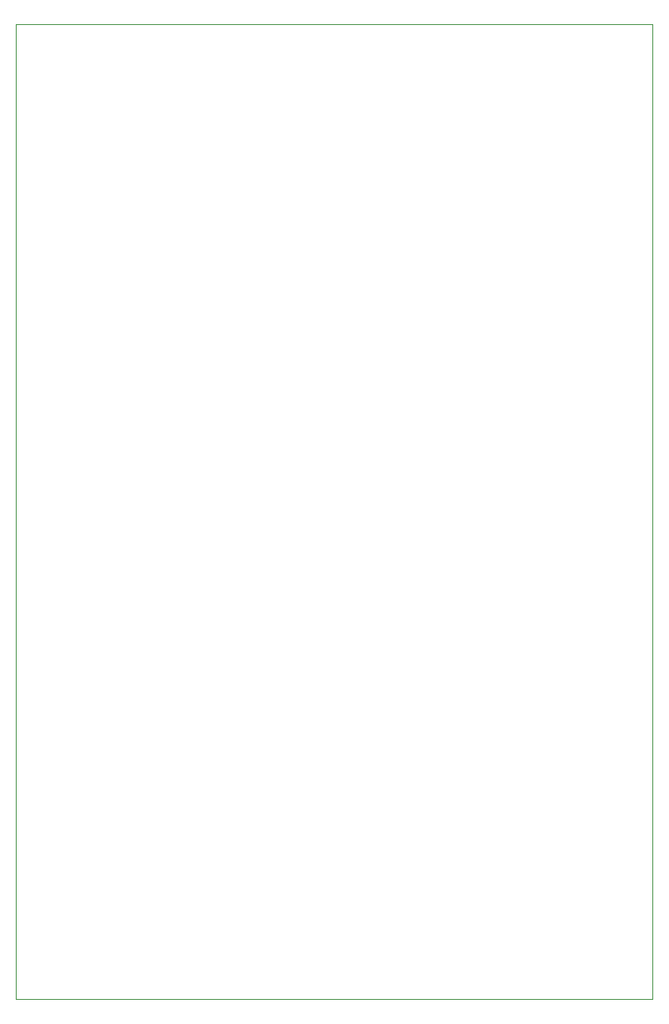
<source format=gm1>
G04 #@! TF.GenerationSoftware,KiCad,Pcbnew,(5.1.10)-1*
G04 #@! TF.CreationDate,2021-07-20T07:39:08+09:00*
G04 #@! TF.ProjectId,MIX04,4d495830-342e-46b6-9963-61645f706362,Ver. 1.0*
G04 #@! TF.SameCoordinates,Original*
G04 #@! TF.FileFunction,Profile,NP*
%FSLAX46Y46*%
G04 Gerber Fmt 4.6, Leading zero omitted, Abs format (unit mm)*
G04 Created by KiCad (PCBNEW (5.1.10)-1) date 2021-07-20 07:39:08*
%MOMM*%
%LPD*%
G01*
G04 APERTURE LIST*
G04 #@! TA.AperFunction,Profile*
%ADD10C,0.050000*%
G04 #@! TD*
G04 APERTURE END LIST*
D10*
X101600000Y-147320000D02*
X101600000Y-48260000D01*
X166370000Y-147320000D02*
X101600000Y-147320000D01*
X166370000Y-48260000D02*
X166370000Y-147320000D01*
X101600000Y-48260000D02*
X166370000Y-48260000D01*
M02*

</source>
